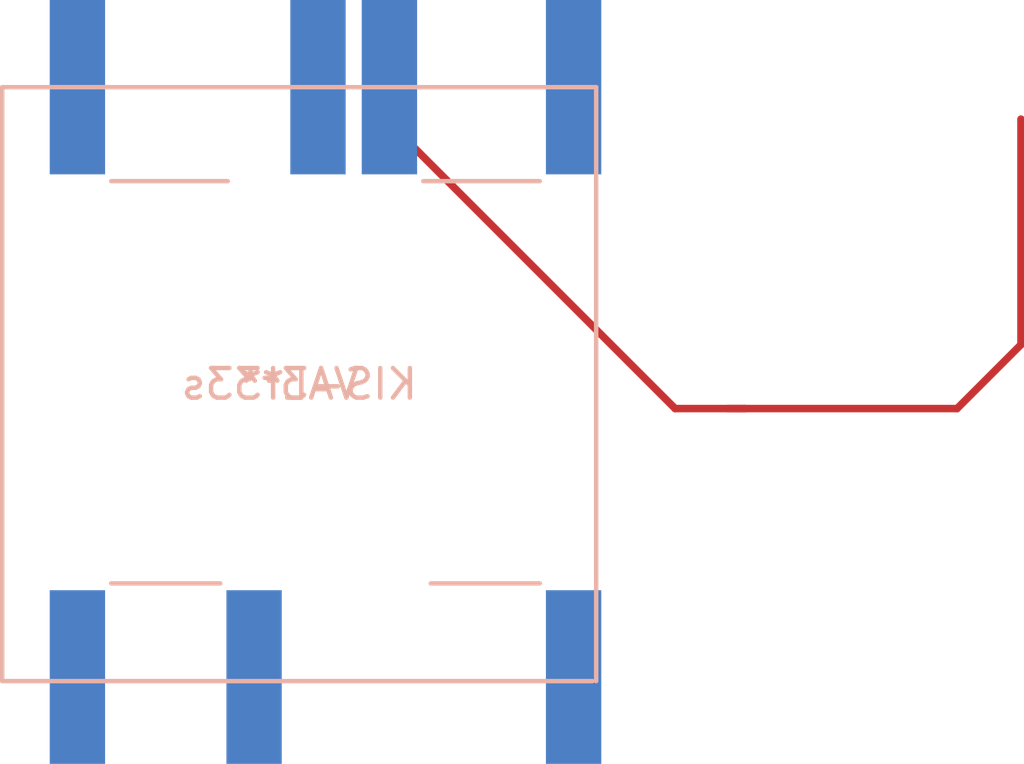
<source format=kicad_pcb>
(kicad_pcb (version 3) (host pcbnew "(2013-07-07 BZR 4022)-stable")

  (general
    (links 1)
    (no_connects 1)
    (area 60.156137 35.835637 95.504001 62.462363)
    (thickness 1.6)
    (drawings 0)
    (tracks 6)
    (zones 0)
    (modules 1)
    (nets 5)
  )

  (page A3)
  (layers
    (15 F.Cu signal)
    (0 B.Cu signal)
    (16 B.Adhes user)
    (17 F.Adhes user)
    (18 B.Paste user)
    (19 F.Paste user)
    (20 B.SilkS user)
    (21 F.SilkS user)
    (22 B.Mask user)
    (23 F.Mask user)
    (24 Dwgs.User user)
    (25 Cmts.User user)
    (26 Eco1.User user)
    (27 Eco2.User user)
    (28 Edge.Cuts user)
  )

  (setup
    (last_trace_width 0.254)
    (trace_clearance 0.254)
    (zone_clearance 0.508)
    (zone_45_only no)
    (trace_min 0.254)
    (segment_width 0.2)
    (edge_width 0.1)
    (via_size 0.889)
    (via_drill 0.635)
    (via_min_size 0.889)
    (via_min_drill 0.508)
    (uvia_size 0.508)
    (uvia_drill 0.127)
    (uvias_allowed no)
    (uvia_min_size 0.508)
    (uvia_min_drill 0.127)
    (pcb_text_width 0.3)
    (pcb_text_size 1.5 1.5)
    (mod_edge_width 0.15)
    (mod_text_size 1 1)
    (mod_text_width 0.15)
    (pad_size 1.5 1.5)
    (pad_drill 0.6)
    (pad_to_mask_clearance 0)
    (aux_axis_origin 0 0)
    (visible_elements 7FFFFFFF)
    (pcbplotparams
      (layerselection 32769)
      (usegerberextensions true)
      (excludeedgelayer true)
      (linewidth 0.150000)
      (plotframeref false)
      (viasonmask false)
      (mode 1)
      (useauxorigin false)
      (hpglpennumber 1)
      (hpglpenspeed 20)
      (hpglpendiameter 15)
      (hpglpenoverlay 2)
      (psnegative false)
      (psa4output false)
      (plotreference true)
      (plotvalue true)
      (plotothertext true)
      (plotinvisibletext false)
      (padsonsilk false)
      (subtractmaskfromsilk false)
      (outputformat 1)
      (mirror false)
      (drillshape 0)
      (scaleselection 1)
      (outputdirectory "C:/Users/Juan/Desktop/Tesis/TESIS/Placa Operacional/Prueba KIS/Impresion/"))
  )

  (net 0 "")
  (net 1 GND)
  (net 2 N-0000010)
  (net 3 N-0000013)
  (net 4 N-0000020)

  (net_class Default "This is the default net class."
    (clearance 0.254)
    (trace_width 0.254)
    (via_dia 0.889)
    (via_drill 0.635)
    (uvia_dia 0.508)
    (uvia_drill 0.127)
    (add_net "")
    (add_net GND)
    (add_net N-0000010)
    (add_net N-0000013)
    (add_net N-0000020)
  )

  (module KIS-3r33s (layer B.Cu) (tedit 56E07B39) (tstamp 56E0DD0B)
    (at 70.993 49.2125)
    (fp_text reference KIS-3r33s (at 0 0) (layer B.SilkS)
      (effects (font (size 1 1) (thickness 0.15)) (justify mirror))
    )
    (fp_text value VAL** (at 0 0) (layer B.SilkS)
      (effects (font (size 1 1) (thickness 0.15)) (justify mirror))
    )
    (fp_line (start 8.128 -6.858) (end 4.191 -6.858) (layer B.SilkS) (width 0.15))
    (fp_line (start -6.35 -6.858) (end -2.413 -6.858) (layer B.SilkS) (width 0.15))
    (fp_line (start -6.35 6.731) (end -2.667 6.731) (layer B.SilkS) (width 0.15))
    (fp_line (start 4.445 6.731) (end 8.128 6.731) (layer B.SilkS) (width 0.15))
    (fp_line (start -10.033 -7.874) (end -10.033 -10.033) (layer B.SilkS) (width 0.15))
    (fp_line (start -10.033 -10.033) (end 10.033 -10.033) (layer B.SilkS) (width 0.15))
    (fp_line (start 10.033 -10.033) (end 10.033 -7.874) (layer B.SilkS) (width 0.15))
    (fp_line (start 10.033 -7.874) (end 10.033 10.033) (layer B.SilkS) (width 0.15))
    (fp_line (start 0 10.033) (end -10.033 10.033) (layer B.SilkS) (width 0.15))
    (fp_line (start -10.033 10.033) (end -10.033 -7.874) (layer B.SilkS) (width 0.15))
    (fp_line (start 9.906 10.033) (end 0 10.033) (layer B.SilkS) (width 0.15))
    (pad 2 smd rect (at -7.493 -10.033) (size 1.87 5.89)
      (layers B.Cu B.Paste B.Mask)
      (net 1 GND)
    )
    (pad 3 smd rect (at 0.635 -10.033) (size 1.87 5.89)
      (layers B.Cu B.Paste B.Mask)
    )
    (pad 4 smd rect (at 3.048 -10.033) (size 1.87 5.89)
      (layers B.Cu B.Paste B.Mask)
      (net 4 N-0000020)
    )
    (pad 5 smd rect (at 9.271 -10.033) (size 1.87 5.89)
      (layers B.Cu B.Paste B.Mask)
      (net 2 N-0000010)
    )
    (pad 6 smd rect (at 9.271 9.906) (size 1.87 5.89)
      (layers B.Cu B.Paste B.Mask)
    )
    (pad 8 smd rect (at -7.493 9.906) (size 1.87 5.89)
      (layers B.Cu B.Paste B.Mask)
      (net 1 GND)
    )
    (pad 9 smd rect (at -1.524 9.906) (size 1.87 5.89)
      (layers B.Cu B.Paste B.Mask)
      (net 3 N-0000013)
    )
  )

  (segment (start 86.0425 50.038) (end 83.693 50.038) (width 0.254) (layer F.Cu) (net 0))
  (segment (start 83.693 50.038) (end 74.7395 41.0845) (width 0.254) (layer F.Cu) (net 0) (tstamp 56E07FB0))
  (segment (start 95.377 40.259) (end 95.377 47.879) (width 0.254) (layer F.Cu) (net 0))
  (segment (start 93.218 50.038) (end 86.0425 50.038) (width 0.254) (layer F.Cu) (net 0) (tstamp 56E07FAA))
  (segment (start 86.0425 50.038) (end 85.471 50.038) (width 0.254) (layer F.Cu) (net 0) (tstamp 56E07FAE))
  (segment (start 95.377 47.879) (end 93.218 50.038) (width 0.254) (layer F.Cu) (net 0) (tstamp 56E07FA8))

)

</source>
